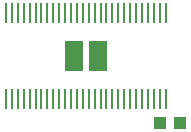
<source format=gbr>
G04 EAGLE Gerber RS-274X export*
G75*
%MOMM*%
%FSLAX34Y34*%
%LPD*%
%INSolderpaste Top*%
%IPPOS*%
%AMOC8*
5,1,8,0,0,1.08239X$1,22.5*%
G01*
%ADD10R,0.252475X1.655431*%
%ADD11R,1.100000X1.000000*%

G36*
X107480Y101809D02*
X107480Y101809D01*
X107482Y101808D01*
X107525Y101828D01*
X107568Y101846D01*
X107569Y101848D01*
X107571Y101849D01*
X107604Y101934D01*
X107604Y126666D01*
X107603Y126668D01*
X107604Y126670D01*
X107584Y126713D01*
X107566Y126756D01*
X107564Y126757D01*
X107563Y126759D01*
X107478Y126792D01*
X92504Y126792D01*
X92502Y126791D01*
X92500Y126792D01*
X92457Y126772D01*
X92413Y126754D01*
X92413Y126752D01*
X92411Y126751D01*
X92378Y126666D01*
X92378Y101934D01*
X92379Y101932D01*
X92378Y101930D01*
X92398Y101887D01*
X92416Y101844D01*
X92418Y101843D01*
X92419Y101841D01*
X92504Y101808D01*
X107478Y101808D01*
X107480Y101809D01*
G37*
G36*
X86822Y101809D02*
X86822Y101809D01*
X86824Y101808D01*
X86867Y101828D01*
X86911Y101846D01*
X86911Y101848D01*
X86913Y101849D01*
X86946Y101934D01*
X86946Y126666D01*
X86945Y126668D01*
X86946Y126670D01*
X86926Y126713D01*
X86908Y126756D01*
X86906Y126757D01*
X86905Y126759D01*
X86820Y126792D01*
X71846Y126792D01*
X71844Y126791D01*
X71842Y126792D01*
X71799Y126772D01*
X71756Y126754D01*
X71755Y126752D01*
X71753Y126751D01*
X71720Y126666D01*
X71720Y101934D01*
X71721Y101932D01*
X71720Y101930D01*
X71740Y101887D01*
X71758Y101844D01*
X71760Y101843D01*
X71761Y101841D01*
X71846Y101808D01*
X86820Y101808D01*
X86822Y101809D01*
G37*
D10*
X157162Y151054D03*
X152162Y151054D03*
X147162Y151054D03*
X142162Y151054D03*
X137162Y151054D03*
X132162Y151054D03*
X127162Y151054D03*
X122162Y151054D03*
X117162Y151054D03*
X112162Y151054D03*
X107162Y151054D03*
X102162Y151054D03*
X97162Y151054D03*
X92162Y151054D03*
X87162Y151054D03*
X82162Y151054D03*
X77162Y151054D03*
X72162Y151054D03*
X67162Y151054D03*
X62162Y151054D03*
X57162Y151054D03*
X52162Y151054D03*
X47162Y151054D03*
X42162Y151054D03*
X37162Y151054D03*
X32162Y151054D03*
X27162Y151054D03*
X22162Y151054D03*
X22162Y77546D03*
X27162Y77546D03*
X32162Y77546D03*
X37162Y77546D03*
X42162Y77546D03*
X47162Y77546D03*
X52162Y77546D03*
X57162Y77546D03*
X62162Y77546D03*
X67162Y77546D03*
X72162Y77546D03*
X77162Y77546D03*
X82162Y77546D03*
X87162Y77546D03*
X92162Y77546D03*
X97162Y77546D03*
X102162Y77546D03*
X107162Y77546D03*
X112162Y77546D03*
X117162Y77546D03*
X122162Y77546D03*
X127162Y77546D03*
X132162Y77546D03*
X137162Y77546D03*
X142162Y77546D03*
X147162Y77546D03*
X152162Y77546D03*
X157162Y77546D03*
D11*
X152790Y57658D03*
X169790Y57658D03*
M02*

</source>
